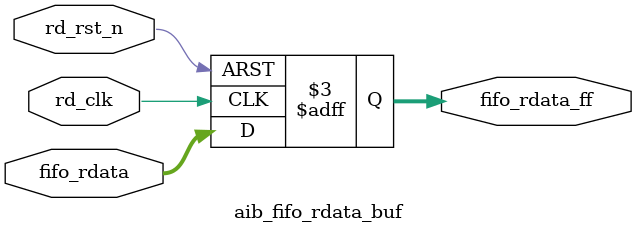
<source format=v>


module aib_fifo_rdata_buf #(
parameter DWIDTH  = 80  // FIFO Input data width
)
(
// Output
output reg [DWIDTH-1:0] fifo_rdata_ff, 
// Input
input [DWIDTH-1:0] fifo_rdata,
input            rd_clk,
input            rd_rst_n
);


always @(posedge rd_clk or negedge rd_rst_n)
  begin
    if(!rd_rst_n)
      fifo_rdata_ff <= {DWIDTH{1'b0}};
    else
      fifo_rdata_ff <= fifo_rdata;
  end

endmodule // aib_fifo_rdata_buf

</source>
